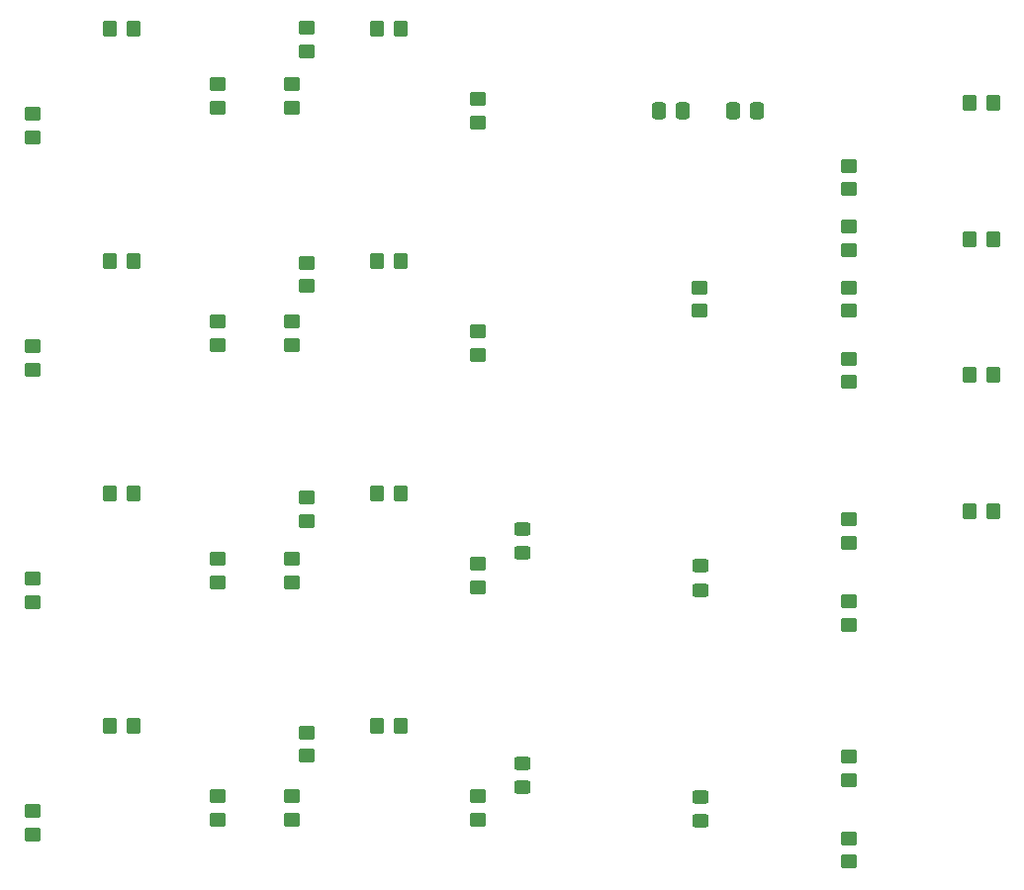
<source format=gtp>
%TF.GenerationSoftware,KiCad,Pcbnew,(6.0.1)*%
%TF.CreationDate,2022-03-23T17:06:24-04:00*%
%TF.ProjectId,accordeur,6163636f-7264-4657-9572-2e6b69636164,0*%
%TF.SameCoordinates,Original*%
%TF.FileFunction,Paste,Top*%
%TF.FilePolarity,Positive*%
%FSLAX46Y46*%
G04 Gerber Fmt 4.6, Leading zero omitted, Abs format (unit mm)*
G04 Created by KiCad (PCBNEW (6.0.1)) date 2022-03-23 17:06:24*
%MOMM*%
%LPD*%
G01*
G04 APERTURE LIST*
G04 Aperture macros list*
%AMRoundRect*
0 Rectangle with rounded corners*
0 $1 Rounding radius*
0 $2 $3 $4 $5 $6 $7 $8 $9 X,Y pos of 4 corners*
0 Add a 4 corners polygon primitive as box body*
4,1,4,$2,$3,$4,$5,$6,$7,$8,$9,$2,$3,0*
0 Add four circle primitives for the rounded corners*
1,1,$1+$1,$2,$3*
1,1,$1+$1,$4,$5*
1,1,$1+$1,$6,$7*
1,1,$1+$1,$8,$9*
0 Add four rect primitives between the rounded corners*
20,1,$1+$1,$2,$3,$4,$5,0*
20,1,$1+$1,$4,$5,$6,$7,0*
20,1,$1+$1,$6,$7,$8,$9,0*
20,1,$1+$1,$8,$9,$2,$3,0*%
G04 Aperture macros list end*
%ADD10RoundRect,0.250000X-0.450000X0.350000X-0.450000X-0.350000X0.450000X-0.350000X0.450000X0.350000X0*%
%ADD11RoundRect,0.250000X0.450000X-0.350000X0.450000X0.350000X-0.450000X0.350000X-0.450000X-0.350000X0*%
%ADD12RoundRect,0.250000X0.350000X0.450000X-0.350000X0.450000X-0.350000X-0.450000X0.350000X-0.450000X0*%
%ADD13RoundRect,0.250000X-0.337500X-0.475000X0.337500X-0.475000X0.337500X0.475000X-0.337500X0.475000X0*%
%ADD14RoundRect,0.250000X0.450000X-0.325000X0.450000X0.325000X-0.450000X0.325000X-0.450000X-0.325000X0*%
%ADD15RoundRect,0.250000X-0.350000X-0.450000X0.350000X-0.450000X0.350000X0.450000X-0.350000X0.450000X0*%
%ADD16RoundRect,0.250000X0.337500X0.475000X-0.337500X0.475000X-0.337500X-0.475000X0.337500X-0.475000X0*%
G04 APERTURE END LIST*
D10*
X97155000Y-58690000D03*
X97155000Y-60690000D03*
D11*
X81280000Y-63230000D03*
X81280000Y-61230000D03*
D10*
X97155000Y-119650000D03*
X97155000Y-121650000D03*
D12*
X89900000Y-73871666D03*
X87900000Y-73871666D03*
D11*
X119380000Y-101753332D03*
X119380000Y-99753332D03*
D13*
X134852500Y-60960000D03*
X136927500Y-60960000D03*
D14*
X138430000Y-101990000D03*
X138430000Y-99940000D03*
D12*
X89900000Y-113665000D03*
X87900000Y-113665000D03*
D10*
X97155000Y-99330000D03*
X97155000Y-101330000D03*
X151130000Y-95949888D03*
X151130000Y-97949888D03*
X151130000Y-123269888D03*
X151130000Y-125269888D03*
D15*
X110760000Y-73871666D03*
X112760000Y-73871666D03*
D10*
X97155000Y-79010000D03*
X97155000Y-81010000D03*
X151130000Y-76105000D03*
X151130000Y-78105000D03*
D11*
X103505000Y-58690000D03*
X103505000Y-60690000D03*
D10*
X151130000Y-82185000D03*
X151130000Y-84185000D03*
X151130000Y-102997000D03*
X151130000Y-104997000D03*
D11*
X81280000Y-122920000D03*
X81280000Y-120920000D03*
X81280000Y-83126666D03*
X81280000Y-81126666D03*
D15*
X110760000Y-53975000D03*
X112760000Y-53975000D03*
D16*
X143277500Y-60960000D03*
X141202500Y-60960000D03*
D11*
X119380000Y-121650000D03*
X119380000Y-119650000D03*
D15*
X110760000Y-113665000D03*
X112760000Y-113665000D03*
D11*
X151130000Y-67675000D03*
X151130000Y-65675000D03*
D15*
X110760000Y-93768332D03*
X112760000Y-93768332D03*
X161460000Y-60325000D03*
X163460000Y-60325000D03*
X161460000Y-71966666D03*
X163460000Y-71966666D03*
D11*
X103505000Y-121650000D03*
X103505000Y-119650000D03*
X103505000Y-101330000D03*
X103505000Y-99330000D03*
X119380000Y-61960000D03*
X119380000Y-59960000D03*
X138385000Y-78105000D03*
X138385000Y-76105000D03*
D10*
X151130000Y-116269888D03*
X151130000Y-118269888D03*
D14*
X138430000Y-121775000D03*
X138430000Y-119725000D03*
D10*
X104775000Y-73991666D03*
X104775000Y-75991666D03*
D11*
X81280000Y-103023332D03*
X81280000Y-101023332D03*
X119380000Y-81856666D03*
X119380000Y-79856666D03*
D15*
X161460000Y-83608332D03*
X163460000Y-83608332D03*
D11*
X103505000Y-81010000D03*
X103505000Y-79010000D03*
D15*
X161460000Y-95250000D03*
X163460000Y-95250000D03*
D12*
X89900000Y-93768332D03*
X87900000Y-93768332D03*
D10*
X104775000Y-114205000D03*
X104775000Y-116205000D03*
D12*
X89900000Y-53975000D03*
X87900000Y-53975000D03*
D10*
X104775000Y-53885000D03*
X104775000Y-55885000D03*
X151130000Y-70890000D03*
X151130000Y-72890000D03*
D14*
X123190000Y-118890000D03*
X123190000Y-116840000D03*
X123190000Y-98815000D03*
X123190000Y-96765000D03*
D10*
X104775000Y-94098332D03*
X104775000Y-96098332D03*
M02*

</source>
